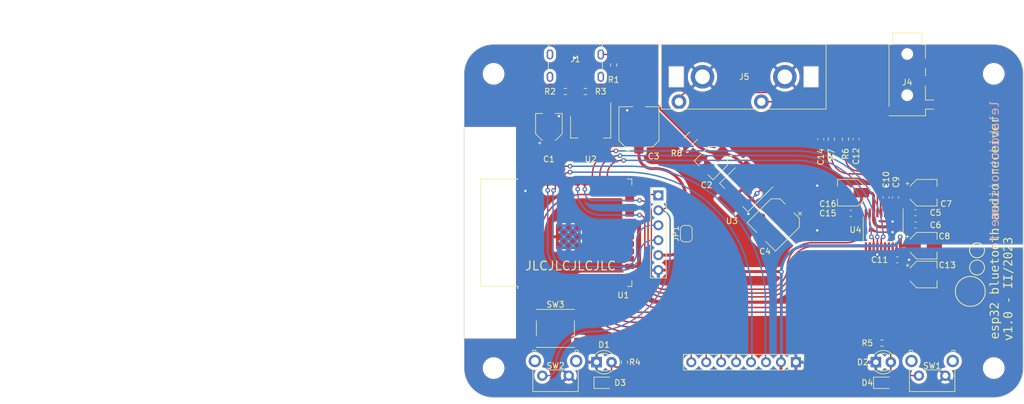
<source format=kicad_pcb>
(kicad_pcb (version 20221018) (generator pcbnew)
  (layers (0 "F.Cu" signal) (31 "B.Cu" signal) (34 "B.Paste" user) (35 "F.Paste" user) (36 "B.SilkS" user "B.Silkscreen") (37 "F.SilkS" user "F.Silkscreen") (38 "B.Mask" user) (39 "F.Mask" user) (44 "Edge.Cuts" user))
  (net 0 "")
  (net 1 "VBUS")
  (net 2 "GND")
  (net 3 "+3.3VA")
  (net 4 "GNDA")
  (net 5 "+3.3V")
  (net 6 "Net-(U4-CAPP)")
  (net 7 "Net-(U4-CAPM)")
  (net 8 "Net-(U4-VNEG)")
  (net 9 "Net-(U4-LDOO)")
  (net 10 "L_LINE_OUT")
  (net 11 "R_LINE_OUT")
  (net 12 "Net-(D1-A)")
  (net 13 "Net-(D2-A)")
  (net 14 "Net-(J1-CC1)")
  (net 15 "Net-(J1-CC2)")
  (net 16 "Net-(J1-SHIELD)")
  (net 17 "SCL")
  (net 18 "SDA")
  (net 19 "TFT_RST")
  (net 20 "TFT_DC")
  (net 21 "TFT_CS")
  (net 22 "TFT_BLK")
  (net 23 "Net-(J3-Pin_5)")
  (net 24 "LED")
  (net 25 "Net-(U4-OUTL)")
  (net 26 "Net-(U4-OUTR)")
  (net 27 "EN")
  (net 28 "BOOT")
  (net 33 "BTN_1")
  (net 43 "filter")
  (net 46 "I2S_WS")
  (net 47 "I2S_OUT")
  (net 48 "I2S_CLK")
  (net 49 "D-EMP")
  (net 50 "soft_mute")
  (net 52 "RX")
  (net 53 "TX")
  (footprint "Fiducial:Fiducial_1.5mm_Mask3mm" (layer "F.Cu") (at 181.4 50)
    (fp_text reference "FID3" hide)
    (fp_text value "Fiducial")
  )
  (footprint "LED_SMD:LED_0805_2012Metric" (layer "F.Cu") (at 121.25 102.5)
    (fp_text reference "D3")
    (fp_text value "power led")
  )
  (footprint "Connectors_perso:USB_C_Receptacle_GCT_USB4125-GF-A_6P_THMnt_Horizontal" (layer "F.Cu") (at 116.4 47.5 180)
    (fp_text reference "J1")
    (fp_text value "USB_C_Receptacle_PowerOnly_6P")
  )
  (footprint "Capacitor_SMD:CP_Elec_4x5.4" (layer "F.Cu") (at 175.6 79.2)
    (fp_text reference "C8")
    (fp_text value "10u")
  )
  (footprint "MountingHole:MountingHole_3.2mm_M3" (layer "F.Cu") (at 187.5 100)
    (fp_text reference "H3" hide)
    (fp_text value "MountingHole")
  )
  (footprint "LED_SMD:LED_0805_2012Metric" (layer "F.Cu") (at 168.75 102.5)
    (fp_text reference "D4")
    (fp_text value "state led")
  )
  (footprint "Resistor_SMD:R_0603_1608Metric" (layer "F.Cu") (at 122.9 48.5 -90)
    (fp_text reference "R1")
    (fp_text value "1M")
  )
  (footprint "Package_TO_SOT_SMD:SOT-223-3_TabPin2" (layer "F.Cu") (at 119 59 -90)
    (fp_text reference "U2")
    (fp_text value "TLV1117-33")
  )
  (footprint "Resistor_SMD:R_0603_1608Metric" (layer "F.Cu") (at 159.9 61.1 -90)
    (fp_text reference "R7")
    (fp_text value "470")
  )
  (footprint "Connectors_perso:KOBICONN_156-4218E_4220E_dual_phono_jack" (layer "F.Cu") (at 145 50.5)
    (fp_text reference "J5")
    (fp_text value "audio out")
    (fp_rect (start -12.7 -1.75) (end -10.2 1.75) (stroke (width 0.12)) (fill none) (layer "Edge.Cuts"))
    (fp_rect (start 10.2 -1.75) (end 12.7 1.75) (stroke (width 0.12)) (fill none) (layer "Edge.Cuts"))
  )
  (footprint "Capacitor_SMD:C_0603_1608Metric" (layer "F.Cu") (at 158.1 61.1 -90)
    (fp_text reference "C14")
    (fp_text value "2.2n")
  )
  (footprint "Capacitor_SMD:C_0603_1608Metric" (layer "F.Cu") (at 163.2 73.7 180)
    (fp_text reference "C15")
    (fp_text value "0.1u")
  )
  (footprint "Resistor_SMD:R_0603_1608Metric" (layer "F.Cu") (at 168.5 95.75 180)
    (fp_text reference "R5")
    (fp_text value "180R")
  )
  (footprint "MountingHole:MountingHole_3.2mm_M3" (layer "F.Cu") (at 102.5 50)
    (fp_text reference "H1" hide)
    (fp_text value "MountingHole")
  )
  (footprint "Resistor_SMD:R_0603_1608Metric" (layer "F.Cu") (at 124.75 99 90)
    (fp_text reference "R4")
    (fp_text value "180R")
  )
  (footprint "Capacitor_SMD:C_0603_1608Metric" (layer "F.Cu") (at 164.1 61.1 -90)
    (fp_text reference "C12")
    (fp_text value "2.2n")
  )
  (footprint "Capacitor_SMD:CP_Elec_6.3x5.4" (layer "F.Cu") (at 127.2 59 90)
    (fp_text reference "C3")
    (fp_text value "100u")
  )
  (footprint "Capacitor_SMD:C_0603_1608Metric" (layer "F.Cu") (at 174.2 73.6)
    (fp_text reference "C5")
    (fp_text value "0.1u")
  )
  (footprint "Package_TO_SOT_SMD:SOT-223-3_TabPin2" (layer "F.Cu") (at 144.668272 69.6766 -135)
    (fp_text reference "U3")
    (fp_text value "TLV1117-33")
  )
  (footprint "Capacitor_SMD:CP_Elec_4x5.4" (layer "F.Cu") (at 139.789235 64.797562 -135)
    (fp_text reference "C2")
    (fp_text value "10u")
  )
  (footprint "Capacitor_SMD:CP_Elec_6.3x5.4" (layer "F.Cu") (at 150.4 75.3 -135)
    (fp_text reference "C4")
    (fp_text value "100u")
  )
  (footprint "Capacitor_SMD:C_0603_1608Metric" (layer "F.Cu") (at 171.1 81.6)
    (fp_text reference "C11")
    (fp_text value "0.1u")
  )
  (footprint "Capacitor_SMD:C_0603_1608Metric" (layer "F.Cu") (at 169.2 71 90)
    (fp_text reference "C10")
    (fp_text value "2.2u")
  )
  (footprint "Button_Switch_THT:SW_Tactile_SPST_Angled_PTS645Vx39-2LFS" (layer "F.Cu") (at 179.275 101.2875 180)
    (fp_text reference "SW1")
    (fp_text value "disconnect")
  )
  (footprint "Jumper:SolderJumper-2_P1.3mm_Bridged_RoundedPad1.0x1.5mm" (layer "F.Cu") (at 135.25 77.15 90)
    (fp_text reference "JP1")
    (fp_text value "Jumper_2_Bridged")
  )
  (footprint "MountingHole:MountingHole_3.2mm_M3" (layer "F.Cu") (at 187.5 50)
    (fp_text reference "H2" hide)
    (fp_text value "MountingHole")
  )
  (footprint "Capacitor_SMD:C_0603_1608Metric" (layer "F.Cu") (at 170.8 71 90)
    (fp_text reference "C9")
    (fp_text value "2.2u")
  )
  (footprint "Resistor_SMD:R_1206_3216Metric" (layer "F.Cu") (at 136 61 45)
    (fp_text reference "R8")
    (fp_text value "0R")
  )
  (footprint "Connector_Audio:Jack_3.5mm_PJ320D_Horizontal" (layer "F.Cu") (at 172.8 51.4 -90)
    (fp_text reference "J4")
    (fp_text value "AudioJack4")
  )
  (footprint "LED_THT:LED_D3.0mm" (layer "F.Cu") (at 120 99)
    (fp_text reference "D1")
    (fp_text value "power led")
  )
  (footprint "Capacitor_SMD:CP_Elec_4x5.4" (layer "F.Cu") (at 175.6 70.2)
    (fp_text reference "C7")
    (fp_text value "10u")
  )
  (footprint "Connector_PinHeader_2.54mm:PinHeader_1x06_P2.54mm_Vertical" (layer "F.Cu") (at 130.5 70.65)
    (fp_text reference "J3" hide)
    (fp_text value "prog")
  )
  (footprint "Capacitor_SMD:CP_Elec_4x5.4" (layer "F.Cu") (at 163.2 70.2 180)
    (fp_text reference "C16")
    (fp_text value "10u")
  )
  (footprint "Fiducial:Fiducial_1.5mm_Mask3mm" (layer "F.Cu") (at 100.5 55.9)
    (fp_text reference "FID1" hide)
    (fp_text value "Fiducial")
  )
  (footprint "Package_SO:TSSOP-20_4.4x6.5mm_P0.65mm" (layer "F.Cu") (at 168.7 76.5 -90)
    (fp_text reference "U4")
    (fp_text value "PCM5102")
  )
  (footprint "Capacitor_SMD:CP_Elec_4x5.4" (layer "F.Cu") (at 175.6 84.1)
    (fp_text reference "C13")
    (fp_text value "10u")
  )
  (footprint "RF_Module:ESP32-WROOM-32" (layer "F.Cu") (at 116.115 77 90)
    (fp_text reference "U1")
    (fp_text value "ESP32-WROOM-32")
  )
  (footprint "Resistor_SMD:R_0603_1608Metric" (layer "F.Cu") (at 118.1 53)
    (fp_text reference "R3")
    (fp_text value "5.1k")
  )
  (footprint "LED_THT:LED_D3.0mm" (layer "F.Cu") (at 167.46 99)
    (fp_text reference "D2")
    (fp_text value "state led")
  )
  (footprint "logos:Logo_labo_5mm" (layer "F.Cu") (at 186.0525 89.51 90)
    (fp_text reference "REF**" hide)
    (fp_text value "Logo_labo_5mm")
  )
  (footprint "Resistor_SMD:R_0603_1608Metric" (layer "F.Cu") (at 114.7 53 180)
    (fp_text reference "R2")
    (fp_text value "5.1k")
  )
  (footprint "Button_Switch_SMD:SW_Push_1P1T_NO_6x6mm_H9.5mm" (layer "F.Cu") (at 113 93.25)
    (fp_text reference "SW3")
    (fp_text value "EN")
  )
  (footprint "MountingHole:MountingHole_3.2mm_M3" (layer "F.Cu") (at 102.5 100)
    (fp_text reference "H4" hide)
    (fp_text value "MountingHole")
  )
  (footprint "Fiducial:Fiducial_1.5mm_Mask3mm" (layer "F.Cu") (at 183.3 95)
    (fp_text reference "FID2" hide)
    (fp_text value "Fiducial")
  )
  (footprint "Capacitor_SMD:C_0603_1608Metric" (layer "F.Cu") (at 174.2 75.7)
    (fp_text reference "C6")
    (fp_text value "0.1u")
  )
  (footprint "Capacitor_SMD:CP_Elec_4x5.4" (layer "F.Cu") (at 111.9 59 90)
    (fp_text reference "C1")
    (fp_text value "10u")
  )
  (footprint "Resistor_SMD:R_0603_1608Metric" (layer "F.Cu") (at 162.3 61.1 -90)
    (fp_text reference "R6")
    (fp_text value "470")
  )
  (footprint "Button_Switch_THT:SW_Tactile_SPST_Angled_PTS645Vx39-2LFS" (layer "F.Cu") (at 115.275 101.2875 180)
    (fp_text reference "SW2")
    (fp_text value "BOOT")
  )
  (footprint "Connector_PinHeader_2.54mm:PinHeader_1x08_P2.54mm_Vertical" (layer "F.Cu") (at 153.875 99 -90)
    (fp_text reference "J2" hide)
    (fp_text value "TFT")
  )
  (gr_arc (start 102.5 105) (mid 98.964466 103.535534) (end 97.5 100) (stroke (width 0.1)) (layer "Edge.Cuts"))
  (gr_arc (start 187.5 45) (mid 191.035534 46.464466) (end 192.5 50) (stroke (width 0.1)) (layer "Edge.Cuts"))
  (gr_arc (start 97.5 50) (mid 98.964466 46.464466) (end 102.5 45) (stroke (width 0.1)) (layer "Edge.Cuts"))
  (gr_line (start 187.5 105) (end 102.5 105) (stroke (width 0.1)) (layer "Edge.Cuts"))
  (gr_line (start 102.5 45) (end 187.5 45) (stroke (width 0.1)) (layer "Edge.Cuts"))
  (gr_line (start 97.5 100) (end 97.5 50) (stroke (width 0.1)) (layer "Edge.Cuts"))
  (gr_line (start 192.5 50) (end 192.5 100) (stroke (width 0.1)) (layer "Edge.Cuts"))
  (gr_arc (start 192.5 100) (mid 191.035534 103.535534) (end 187.5 105) (stroke (width 0.1)) (layer "Edge.Cuts"))
  (gr_text "lelabodutroisieme.fr" (at 188.6 54.5 90) (layer "B.SilkS") (effects (font (size 1.5 1.5)) (justify left bottom mirror)))
  (gr_text "JLCJLCJLCJLC" (at 107.75 83.5) (layer "F.SilkS") (effects (font (size 1.5 1.5) (thickness 0.1875)) (justify left bottom)))
  (gr_text "esp32 bluetooth audio receiver" (at 188.6 95.1 90) (layer "F.SilkS") (effects (font (size 1.5 1.5)) (justify left bottom)))
  (gr_text "v1.0 - II/2023" (at 190.9 95.4 90) (layer "F.SilkS") (effects (font (size 1.5 1.5) (thickness 0.15) italic) (justify left bottom)))
  (segment (start 114.88 50.5) (end 114.88 49.655411) (width 0.5) (layer "F.Cu") (net 1))
  (segment (start 111.9 60.8) (end 110.865549 60.8) (width 0.5) (layer "F.Cu") (net 1))
  (segment (start 111.9 60.8) (end 114.718792 60.8) (width 0.5) (layer "F.Cu") (net 1))
  (segment (start 144.321215 64.87477) (end 145.269313 65.822868) (width 0.5) (layer "F.Cu") (net 1))
  (segment (start 114.88 50.5) (end 114.88 51.27) (width 0.5) (layer "F.Cu") (net 1))
  (segment (start 128.3 53.4) (end 136.559948 61.659948) (width 0.5) (layer "F.Cu") (net 1))
  (segment (start 118.55 51.9) (end 124.67868 51.9) (width 0.5) (layer "F.Cu") (net 1))
  (segment (start 115.435411 49.1) (end 117.303995 49.1) (width 0.5) (layer "F.Cu") (net 1))
  (segment (start 117.9 49.696005) (end 117.9 50.48) (width 0.5) (layer "F.Cu") (net 1))
  (segment (start 116.7 58.818792) (end 116.7 55.85) (width 0.5) (layer "F.Cu") (net 1))
  (segment (start 110 54.220658) (end 110 59.934451) (width 0.5) (layer "F.Cu") (net 1))
  (segment (start 117.92 50.5) (end 117.92 51.27) (width 0.5) (layer "F.Cu") (net 1))
  (segment (start 114.25 51.9) (end 112.320658 51.9) (width 0.5) (layer "F.Cu") (net 1))
  (arc (start 117.303995 49.1) (mid 117.725434 49.274566) (end 117.9 49.696005) (width 0.5) (layer "F.Cu") (net 1))
  (arc (start 114.718792 60.8) (mid 116.119718 60.219718) (end 116.7 58.818792) (width 0.5) (layer "F.Cu") (net 1))
  (arc (start 141.062027 63.52477) (mid 142.825887 63.875624) (end 144.321215 64.87477) (width 0.5) (layer "F.Cu") (net 1))
  (arc (start 117.92 51.27) (mid 118.104523 51.715477) (end 118.55 51.9) (width 0.5) (layer "F.Cu") (net 1))
  (arc (start 124.67868 51.9) (mid 126.638524 52.289837) (end 128.3 53.4) (width 0.5) (layer "F.Cu") (net 1))
  (arc (start 117.9 50.48) (mid 117.905858 50.494142) (end 117.92 50.5) (width 0.5) (layer "F.Cu") (net 1))
  (arc (start 110 59.934451) (mid 110.253513 60.546487) (end 110.865549 60.8) (width 0.5) (layer "F.Cu") (net 1))
  (arc (start 136.559948 61.659948) (mid 138.625519 63.040119) (end 141.062027 63.52477) (width 0.5) (layer "F.Cu") (net 1))
  (arc (start 114.88 49.655411) (mid 115.042676 49.262676) (end 115.435411 49.1) (width 0.5) (layer "F.Cu") (net 1))
  (arc (start 114.88 51.27) (mid 114.695477 51.715477) (end 114.25 51.9) (width 0.5) (layer "F.Cu") (net 1))
  (arc (start 112.320658 51.9) (mid 110.679705 52.579705) (end 110 54.220658) (width 0.5) (layer "F.Cu") (net 1))
  (segment (start 148.522004 69.077996) (end 147.3 70.3) (width 0.25) (layer "F.Cu") (net 2))
  (segment (start 107.865 68.25) (end 107.865 69.865) (width 0.5) (layer "F.Cu") (net 2))
  (segment (start 148.522004 69.075559) (end 148.522004 69.077996) (width 0.25) (layer "F.Cu") (net 2))
  (segment (start 127.2 56.2) (end 125.2 56.2) (width 0.5) (layer "F.Cu") (net 2))
  (segment (start 168.552817 80.7) (end 166.897183 80.7) (width 0.5) (layer "F.Cu") (net 2))
  (segment (start 169.025 79.3625) (end 169.025 80.227817) (width 0.5) (layer "F.Cu") (net 2))
  (segment (start 115.017808 48.3) (end 116.3 48.3) (width 0.5) (layer "F.Cu") (net 2))
  (segment (start 177.4 78.125) (end 177.4 79.2) (width 0.25) (layer "F.Cu") (net 2))
  (segment (start 119.15 49.680539) (end 119.15 50.5) (width 0.5) (layer "F.Cu") (net 2))
  (segment (start 116.3 48.3) (end 116.3 47.3) (width 0.5) (layer "F.Cu") (net 2))
  (segment (start 113.65 50.5) (end 113.65 49.667808) (width 0.5) (layer "F.Cu") (net 2))
  (segment (start 116.3 48.3) (end 117.769461 48.3) (width 0.5) (layer "F.Cu") (net 2))
  (segment (start 171.875 81.6) (end 170.975 80.7) (width 0.5) (layer "F.Cu") (net 2))
  (segment (start 111.9 57.2) (end 113.6 57.2) (width 0.5) (layer "F.Cu") (net 2))
  (segment (start 171.875 81.6) (end 173.1 81.6) (width 0.25) (layer "F.Cu") (net 2))
  (segment (start 170.975 80.7) (end 170.975 79.70245) (width 0.5) (layer "F.Cu") (net 2))
  (segment (start 107.865 69.865) (end 107.9 69.9) (width 0.5) (layer "F.Cu") (net 2))
  (segment (start 166.425 80.227817) (end 166.425 79.3625) (width 0.5) (layer "F.Cu") (net 2))
  (via (at 167.7 80.7) (size 0.8) (drill 0.4) (layers "F.Cu" "B.Cu") (net 2))
  (via (at 173.1 81.6) (size 0.8) (drill 0.4) (layers "F.Cu" "B.Cu") (net 2))
  (via (at 107.9 69.9) (size 0.8) (drill 0.4) (layers "F.Cu" "B.Cu") (net 2))
  (via (at 116.3 47.3) (size 0.8) (drill 0.4) (layers "F.Cu" "B.Cu") (net 2))
  (via (at 125.2 56.2) (size 0.8) (drill 0.4) (layers "F.Cu" "B.Cu") (net 2))
  (via (at 113.6 57.2) (size 0.8) (drill 0.4) (layers "F.Cu" "B.Cu") (net 2))
  (via (at 147.3 70.3) (size 0.8) (drill 0.4) (layers "F.Cu" "B.Cu") (net 2))
  (via (at 145.8 73.8) (size 0.8) (drill 0.4) (layers "F.Cu" "B.Cu") (net 2))
  (arc (start 113.65 49.667808) (mid 114.050622 48.700622) (end 115.017808 48.3) (width 0.5) (layer "F.Cu") (net 2))
  (arc (start 117.769461 48.3) (mid 118.745649 48.704351) (end 119.15 49.680539) (width 0.5) (layer "F.Cu") (net 2))
  (arc (start 166.897183 80.7) (mid 166.563299 80.561701) (end 166.425 80.227817) (width 0.5) (layer "F.Cu") (net 2))
  (arc (start 169.025 80.227817) (mid 168.886701 80.561701) (end 168.552817 80.7) (width 0.5) (layer "F.Cu") (net 2))
  (arc (start 174.975 75.7) (mid 176.689734 76.410266) (end 177.4 78.125) (width 0.25) (layer "F.Cu") (net 2))
  (segment (start 145.8 71.8) (end 145.8 73.8) (width 0.25) (layer "B.Cu") (net 2))
  (segment (start 147.3 70.3) (end 145.8 71.8) (width 0.25) (layer "B.Cu") (net 2))
  (segment (start 165 70.2) (end 165 71.253361) (width 0.5) (layer "F.Cu") (net 3))
  (segment (start 144.722436 69.622436) (end 146.895658 67.449214) (width 0.5) (layer "F.Cu") (net 3))
  (segment (start 173.425 73.6) (end 171.6625 73.6) (width 0.25) (layer "F.Cu") (net 3))
  (segment (start 142.440886 71.903986) (end 144.722436 69.622436) (width 0.5) (layer "F.Cu") (net 3))
  (segment (start 173.425 73.6) (end 173.425 70.575) (width 0.25) (layer "F.Cu") (net 3))
  (segment (start 163.753361 72.5) (end 153.2 72.5) (width 0.5) (layer "F.Cu") (net 3))
  (segment (start 173.425 70.575) (end 173.8 70.2) (width 0.25) (layer "F.Cu") (net 3))
  (segment (start 171.6625 73.6) (end 171.625 73.6375) (width 0.25) (layer "F.Cu") (net 3))
  (segment (start 144.722436 69.622436) (end 147.592893 72.492893) (width 0.5) (layer "F.Cu") (net 3))
  (segment (start 165 70.2) (end 166.472208 70.2) (width 0.5) (layer "F.Cu") (net 3))
  (segment (start 167.075 73.6375) (end 167.075 74.796437) (width 0.5) (layer "F.Cu") (net 3))
  (segment (start 149.3 73.2) (end 152.08995 73.2) (width 0.5) (layer "F.Cu") (net 3))
  (segment (start 168.278563 76) (end 170.377568 76) (width 0.5) (layer "F.Cu") (net 3))
  (segment (start 163.975 73.7) (end 163.975 72.721639) (width 0.5) (layer "F.Cu") (net 3))
  (segment (start 171.625 74.752568) (end 171.625 73.6375) (width 0.5) (layer "F.Cu") (net 3))
  (segment (start 167.075 73.6375) (end 167.075 70.802792) (width 0.5) (layer "F.Cu") (net 3))
  (arc (start 167.075 74.796437) (mid 167.427515 75.647485) (end 168.278563 76) (width 0.5) (layer "F.Cu") (net 3))
  (arc (start 153.2 72.5) (mid 152.620101 72.740202) (end 152.379899 73.320101) (width 0.5) (layer "F.Cu") (net 3))
  (arc (start 152.08995 73.2) (mid 152.246869 73.231213) (end 152.379899 73.320101) (width 0.5) (layer "F.Cu") (net 3))
  (arc (start 170.377568 76) (mid 171.259636 75.634636) (end 171.625 74.752568) (width 0.5) (layer "F.Cu") (net 3))
  (arc (start 167.075 70.802792) (mid 166.898446 70.376554) (end 166.472208 70.2) (width 0.5) (layer "F.Cu") (net 3))
  (arc (start 163.975 72.721639) (mid 163.910083 72.564917) (end 163.753361 72.5) (width 0.5) (layer "F.Cu") (net 3))
  (arc (start 147.592893 72.492893) (mid 148.37612 73.016229) (end 149.3 73.2) (width 0.5) (layer "F.Cu") (net 3))
  (arc (start 165 71.253361) (mid 164.634868 72.134868) (end 163.753361 72.5) (width 0.5) (layer "F.Cu") (net 3))
  (segment (start 158.1 68.4) (end 157.5 69) (width 0.25) (layer "F.Cu") (net 4))
  (segment (start 167.85275 76.9) (end 170.3 76.9) (width 0.25) (layer "F.Cu") (net 4))
  (segment (start 166.425 73.6375) (end 166.425 75.47225) (width 0.25) (layer "F.Cu") (net 4))
  (segment (start 170.325 73.6375) (end 170.325 75.075) (width 0.25) (layer "F.Cu") (net 4))
  (segment (start 169.2 70.225) (end 169.2 69) (width 0.5) (layer "F.Cu") (net 4))
  (segment (start 158.1 61.875) (end 158.1 68.4) (width 0.25) (layer "F.Cu") (net 4))
  (segment (start 170.325 75.075) (end 170.3 75.1) (width 0.25) (layer "F.Cu") (net 4))
  (via (at 157.5 76.6) (size 0.8) (drill 0.4) (layers "F.Cu" "B.Cu") (net 4))
  (via (at 169.2 69) (size 0.8) (drill 0.4) (layers "F.Cu" "B.Cu") (net 4))
  (via (at 170.3 75.1) (size 0.8) (drill 0.4) (layers "F.Cu" "B.Cu") (net 4))
  (via (at 157.5 69) (size 0.8) (drill 0.4) (layers "F.Cu" "B.Cu") (net 4))
  (via (at 170.3 76.9) (size 0.8) (drill 0.4) (layers "F.Cu" "B.Cu") (net 4))
  (arc (start 166.425 75.47225) (mid 166.843178 76.481822) (end 167.85275 76.9) (width 0.25) (layer "F.Cu") (net 4))
  (segment (start 157.5 69) (end 157.5 76.6) (width 0.25) (layer "B.Cu") (net 4))
  (segment (start 106.8 67.115) (end 106.8 80.7) (width 0.5) (layer "F.Cu") (net 5))
  (segment (start 129.472648 66.1) (end 129.971548 66.1) (width 0.5) (layer "F.Cu") (net 5))
  (segment (start 128.575 98.175) (end 124.75 98.175) (width 0.5) (layer "F.Cu") (net 5))
  (segment (start 173.8 79.2) (end 171.7875 79.2) (width 0.5) (layer "F.Cu") (net 5))
  (segment (start 171.7875 79.2) (end 171.625 79.3625) (width 0.5) (layer "F.Cu") (net 5))
  (segment (start 150.228398 101.2) (end 131.6 101.2) (width 0.5) (layer "F.Cu") (net 5))
  (segment (start 143.417817 83.6) (end 151.369451 83.6) (width 0.5) (layer "F.Cu") (net 5))
  (segment (start 171.625 79.3625) (end 171.625 77.725) (width 0.5) (layer "F.Cu") (net 5))
  (segment (start 173.425 75.7) (end 173.425 78.825) (width 0.5) (layer "F.Cu") (net 5))
  (segment (start 151.335 99) (end 151.335 100.093398) (width 0.5) (layer "F.Cu") (net 5))
  (segment (start 119 62.15) (end 126.355026 62.15) (width 0.5) (layer "F.Cu") (net 5))
  (segment (start 116.55 64.6) (end 109.315 64.6) (width 0.5) (layer "F.Cu") (net 5))
  (segment (start 127.2 61.8) (end 127.2 63.827352) (width 0.5) (layer "F.Cu") (net 5))
  (segment (start 135.25 71.378452) (end 135.25 76.5) (width 0.5) (layer "F.Cu") (net 5))
  (segment (start 171.625 77.725) (end 171.6 77.7) (width 0.5) (layer "F.Cu") (net 5))
  (segment (start 119 62.15) (end 119 55.85) (width 0.5) (layer "F.Cu") (net 5))
  (segment (start 109.135 83.035) (end 109.135 85.75) (width 0.5) (layer "F.Cu") (net 5))
  (segment (start 173.425 78.825) (end 173.8 79.2) (width 0.5) (layer "F.Cu") (net 5))
  (segment (start 135.25 76.5) (end 136.317817 76.5) (width 0.5) (layer "F.Cu") (net 5))
  (via (at 171.6 77.7) (size 0.8) (drill 0.4) (layers "F.Cu" "B.Cu") (net 5))
  (via (at 151.4 83.630549) (size 0.8) (drill 0.4) (layers "F.Cu" "B.Cu") (net 5))
  (arc (start 151.369451 83.6) (mid 151.391052 83.608948) (end 151.4 83.630549) (width 0.5) (layer "F.Cu") (net 5))
  (arc (start 137.4 77.582183) (mid 139.162578 81.837422) (end 143.417817 83.6) (width 0.5) (layer "F.Cu") (net 5))
  (arc (start 127.2 63.827352) (mid 127.865643 65.434357) (end 129.472648 66.1) (width 0.5) (layer "F.Cu") (net 5))
  (arc (start 131.6 101.2) (mid 130.468629 100.731371) (end 130 99.6) (width 0.5) (layer "F.Cu") (net 5))
  (arc (start 109.315 64.6) (mid 107.536626 65.336626) (end 106.8 67.115) (width 0.5) (layer "F.Cu") (net 5))
  (arc (start 151.335 100.093398) (mid 151.010884 100.875884) (end 150.228398 101.2) (width 0.5) (layer "F.Cu") (net 5))
  (arc (start 106.8 80.7) (mid 107.092893 81.407107) (end 107.8 81.7) (width 0.5) (layer "F.Cu") (net 5))
  (arc (start 126.355026 62.15) (mid 126.812322 62.059038) (end 127.2 61.8) (width 0.5) (layer "F.Cu") (net 5))
  (arc (start 130 99.6) (mid 129.582627 98.592373) (end 128.575 98.175) (width 0.5) (layer "F.Cu") (net 5))
  (arc (start 136.317817 76.5) (mid 137.083036 76.816964) (end 137.4 77.582183) (width 0.5) (layer "F.Cu") (net 5))
  (arc (start 119 62.15) (mid 118.282412 63.882412) (end 116.55 64.6) (width 0.5) (layer "F.Cu") (net 5))
  (arc (start 129.971548 66.1) (mid 133.703977 67.646023) (end 135.25 71.378452) (width 0.5) (layer "F.Cu") (net 5))
  (arc (start 107.8 81.7) (mid 108.743988 82.091012) (end 109.135 83.035) (width 0.5) (layer "F.Cu") (net 5))
  (segment (start 151.4 83.630549) (end 151.4 98.935) (width 0.5) (layer "B.Cu") (net 5))
  (segment (start 170.1 79.2) (end 155.830549 79.2) (width 0.5) (layer "B.Cu") (net 5))
  (arc (start 151.4 98.935) (mid 151.380962 98.980962) (end 151.335 99) (width 0.5) (layer "B.Cu") (net 5))
  (arc (start 155.830549 79.2) (mid 152.697678 80.497678) (end 151.4 83.630549) (width 0.5) (layer "B.Cu") (net 5))
  (arc (start 171.6 77.7) (mid 171.16066 78.76066) (end 170.1 79.2) (width 0.5) (layer "B.Cu") (net 5))
  (segment (start 170.975 71.95) (end 170.8 71.775) (width 0.25) (layer "F.Cu") (net 6))
  (segment (start 170.975 73.6375) (end 170.975 71.95) (width 0.25) (layer "F.Cu") (net 6))
  (segment (start 169.675 72.925) (end 169.675 73.6375) (width 0.25) (layer "F.Cu") (net 7))
  (segment (start 170 72.6) (end 169.675 72.925) (width 0.25) (layer "F.Cu") (net 7))
  (segment (start 170.8 70.225) (end 170 71.025) (width 0.25) (layer "F.Cu") (net 7))
  (segment (start 170 71.025) (end 170 72.6) (width 0.25) (layer "F.Cu") (net 7))
  (segment (start 169.025 73.6375) (end 169.025 71.95) (width 0.25) (layer "F.Cu") (net 8))
  (segment (start 169.025 71.95) (end 169.2 71.775) (width 0.25) (layer "F.Cu") (net 8))
  (segment (start 173.8 84.1) (end 172.825 84.1) (width 0.25) (layer "F.Cu") (net 9))
  (segment (start 170.325 79.3625) (end 170.325 81.6) (width 0.25) (layer "F.Cu") (net 9))
  (arc (start 172.825 84.1) (mid 171.057233 83.367767) (end 170.325 81.6) (width 0.25) (layer "F.Cu") (net 9))
  (segment (start 151.831857 54.74) (end 148 54.74) (width 0.25) (layer "F.Cu") (net 10))
  (segment (start 164.05 60.275) (end 164.1 60.325) (width 0.25) (layer "F.Cu") (net 10))
  (segment (start 157 60.6) (end 157 59.908143) (width 0.25) (layer "F.Cu") (net 10))
  (segment (start 164.1 60.325) (end 170.95 60.325) (width 0.25) (layer "F.Cu") (net 10))
  (segment (start 161.475 61.1) (end 157.5 61.1) (width 0.25) (layer "F.Cu") (net 10))
  (segment (start 162.3 60.275) (end 164.05 60.275) (width 0.25) (layer "F.Cu") (net 10))
  (arc (start 170.95 60.325) (mid 174.556245 58.831245) (end 176.05 55.225) (width 0.25) (layer "F.Cu") (net 10))
  (arc (start 157 59.908143) (mid 155.486286 56.253714) (end 151.831857 54.74) (width 0.25) (layer "F.Cu") (net 10))
  (arc (start 157.5 61.1) (mid 157.146447 60.953553) (end 157 60.6) (width 0.25) (layer "F.Cu") (net 10))
  (arc (start 161.475 61.1) (mid 162.058363 60.858363) (end 162.3 60.275) (width 0.25) (layer "F.Cu") (net 10))
  (segment (start 159.9 60.275) (end 158.15 60.275) (width 0.25) (layer "F.Cu") (net 11))
  (segment (start 158.15 60.275) (end 158.1 60.325) (width 0.25) (layer "F.Cu") (net 11))
  (segment (start 171.5 56.25) (end 171.5 53.325) (width 0.25) (layer "F.Cu") (net 11))
  (segment (start 172.877502 51.612653) (end 175.662347 51.612653) (width 0.25) (layer "F.Cu") (net 11))
  (segment (start 160.75 59.25) (end 168.5 59.25) (width 0.25) (layer "F.Cu") (net 11))
  (segment (start 159.9 60.275) (end 159.9 60.1) (width 0.25) (layer "F.Cu") (net 11))
  (segment (start 175.662347 51.612653) (end 176.05 51.225) (width 0.25) (layer "F.Cu") (net 11))
  (segment (start 151.580237 53.165) (end 135.575 53.165) (width 0.25) (layer "F.Cu") (net 11))
  (segment (start 158.1 59.684763) (end 158.1 60.325) (width 0.25) (layer "F.Cu") (net 11))
  (arc (start 168.5 59.25) (mid 170.62132 58.37132) (end 171.5 56.25) (width 0.25) (layer "F.Cu") (net 11))
  (arc (start 159.9 60.1) (mid 160.148959 59.498959) (end 160.75 59.25) (width 0.25) (layer "F.Cu") (net 11))
  (arc (start 171.5 53.325) (mid 171.887377 52.226929) (end 172.877502 51.612653) (width 0.25) (layer "F.Cu") (net 11))
  (arc (start 135.575 53.165) (mid 134.461307 53.626307) (end 134 54.74) (width 0.25) (layer "F.Cu") (net 11))
  (arc (start 151.580237 53.165) (mid 156.190406 55.074594) (end 158.1 59.684763) (width 0.25) (layer "F.Cu") (net 11))
  (segment (start 124.75 99.825) (end 123.365 99.825) (width 0.25) (layer "F.Cu") (net 12))
  (segment (start 122.54 99) (end 122.54 102.1475) (width 0.25) (layer "F.Cu") (net 12))
  (arc (start 123.365 99.825) (mid 122.781637 99.583363) (end 122.54 99) (width 0.25) (layer "F.Cu") (net 12))
  (arc (start 122.54 102.1475) (mid 122.436755 102.396755) (end 122.1875 102.5) (width 0.25) (layer "F.Cu") (net 12))
  (segment (start 170 99) (end 170 102.1875) (width 0.25) (layer "F.Cu") (net 13))
  (segment (start 170 99) (end 170 96.425) (width 0.25) (layer "F.Cu") (net 13))
  (arc (start 170 96.425) (mid 169.802297 95.947703) (end 169.325 95.75) (width 0.25) (layer "F.Cu") (net 13))
  (arc (start 170 102.1875) (mid 169.908471 102.408471) (end 169.6875 102.5) (width 0.25) (layer "F.Cu") (net 13))
  (segment (start 116.9 50.5) (end 116.9 52.625) (width 0.25) (layer "F.Cu") (net 14))
  (segment (start 116.9 52.625) (end 117.275 53) (width 0.25) (layer "F.Cu") (net 14))
  (segment (start 115.9 52.625) (end 115.525 53) (width 0.25) (layer "F.Cu") (net 15))
  (segment (start 115.9 50.5) (end 115.9 52.625) (width 0.25) (layer "F.Cu") (net 15))
  (segment (start 122.9 47.675) (end 122.9 47.165801) (width 0.25) (layer "F.Cu") (net 16))
  (segment (start 120.72 46.7) (end 122.434199 46.7) (width 0.25) (layer "F.Cu") (net 16))
  (arc (start 122.434199 46.7) (mid 122.76357 46.83643) (end 122.9 47.165801) (width 0.25) (layer "F.Cu") (net 16))
  (segment (start 110.405 68.25) (end 110.405 67.67) (width 0.25) (layer "F.Cu") (net 17))
  (segment (start 112.375 65.7) (end 115.5 65.7) (width 0.25) (layer "F.Cu") (net 17))
  (via (at 115.5 65.7) (size 0.8) (drill 0.4) (layers "F.Cu" "B.Cu") (net 17))
  (arc (start 110.405 67.67) (mid 110.982 66.277) (end 112.375 65.7) (width 0.25) (layer "F.Cu") (net 17))
  (segment (start 115.5 65.7) (end 125.635201 65.7) (width 0.25) (layer "B.Cu") (net 17))
  (segment (start 148.7 88.764799) (end 148.7 98.905) (width 0.25) (layer "B.Cu") (net 17))
  (arc (start 148.7 98.905) (mid 148.727825 98.972175) (end 148.795 99) (width 0.25) (layer "B.Cu") (net 17))
  (arc (start 125.635201 65.7) (mid 141.944477 72.455523) (end 148.7 88.764799) (width 0.25) (layer "B.Cu") (net 17))
  (segment (start 114.215 68.25) (end 114.215 67.985) (width 0.25) (layer "F.Cu") (net 18))
  (via (at 115.5 66.7) (size 0.8) (drill 0.4) (layers "F.Cu" "B.Cu") (net 18))
  (arc (start 114.215 67.985) (mid 114.591368 67.076368) (end 115.5 66.7) (width 0.25) (layer "F.Cu") (net 18))
  (segment (start 115.5 66.7) (end 125.06835 66.7) (width 0.25) (layer "B.Cu") (net 18))
  (segment (start 146.4 88.03165) (end 146.4 98.855) (width 0.25) (layer "B.Cu") (net 18))
  (arc (start 146.4 98.855) (mid 146.35753 98.95753) (end 146.255 99) (width 0.25) (layer "B.Cu") (net 18))
  (arc (start 125.06835 66.7) (mid 140.152104 72.947896) (end 146.4 88.03165) (width 0.25) (layer "B.Cu") (net 18))
  (segment (start 143.715 97.529834) (end 143.715 99) (width 0.25) (layer "F.Cu") (net 19))
  (segment (start 126.576357 91.4) (end 137.585166 91.4) (width 0.25) (layer "F.Cu") (net 19))
  (segment (start 121.835 85.75) (end 121.835 86.658643) (width 0.25) (layer "F.Cu") (net 19))
  (arc (start 121.835 86.658643) (mid 123.223711 90.011289) (end 126.576357 91.4) (width 0.25) (layer "F.Cu") (net 19))
  (arc (start 137.585166 91.4) (mid 141.919613 93.195387) (end 143.715 97.529834) (width 0.25) (layer "F.Cu") (net 19))
  (segment (start 120.565 85.75) (end 120.565 86.62133) (width 0.25) (layer "F.Cu") (net 20))
  (segment (start 141.175 99) (end 141.175 98.068344) (width 0.25) (layer "F.Cu") (net 20))
  (segment (start 126.14367 92.2) (end 135.306656 92.2) (width 0.25) (layer "F.Cu") (net 20))
  (arc (start 120.565 86.62133) (mid 122.198955 90.566045) (end 126.14367 92.2) (width 0.25) (layer "F.Cu") (net 20))
  (arc (start 135.306656 92.2) (mid 139.456202 93.918798) (end 141.175 98.068344) (width 0.25) (layer "F.Cu") (net 20))
  (segment (start 138.635 99) (end 138.635 98.129096) (width 0.25) (layer "F.Cu") (net 21))
  (segment (start 119.295 85.75) (end 119.295 86.612816) (width 0.25) (layer "F.Cu") (net 21))
  (segment (start 125.682184 93) (end 133.505904 93) (width 0.25) (layer "F.Cu") (net 21))
  (arc (start 133.505904 93) (mid 137.132723 94.502277) (end 138.635 98.129096) (width 0.25) (layer "F.Cu") (net 21))
  (arc (start 119.295 86.612816) (mid 121.165763 91.129237) (end 125.682184 93) (width 0.25) (layer "F.Cu") (net 21))
  (segment (start 136.095 98.058544) (end 136.095 99) (width 0.25) (layer "F.Cu") (net 22))
  (segment (start 118.025 86.645676) (end 118.025 85.75) (width 0.25) (layer "F.Cu") (net 22))
  (segment (start 136.095 99) (end 136.095 98.258544) (width 0.25) (layer "F.Cu") (net 22))
  (segment (start 131.636456 93.8) (end 125.179324 93.8) (width 0.25) (layer "F.Cu") (net 22))
  (arc (start 136.095 98.258544) (mid 134.789123 95.105877) (end 131.636456 93.8) (width 0.25) (layer "F.Cu") (net 22))
  (arc (start 125.179324 93.8) (mid 120.120453 91.704547) (end 118.025 86.645676) (width 0.25) (layer "F.Cu") (net 22))
  (segment (start 130.5 80.81) (end 132.24 80.81) (width 0.5) (layer "F.Cu") (net 23))
  (arc (start 132.24 80.81) (mid 134.368391 79.928391) (end 135.25 77.8) (width 0.5) (layer "F.Cu") (net 23))
  (segment (start 167.675 95.547564) (end 167.675 95.75) (width 0.25) (layer "F.Cu") (net 24))
  (segment (start 126.98304 90.5) (end 162.627436 90.5) (width 0.25) (layer "F.Cu") (net 24))
  (segment (start 123.105 85.75) (end 123.105 86.62196) (width 0.25) (layer "F.Cu") (net 24))
  (arc (start 162.627436 90.5) (mid 166.196603 91.978397) (end 167.675 95.547564) (width 0.25) (layer "F.Cu") (net 24))
  (arc (start 123.105 86.62196) (mid 124.240852 89.364148) (end 126.98304 90.5) (width 0.25) (layer "F.Cu") (net 24))
  (segment (start 162.3 61.925) (end 162.3 64.3) (width 0.25) (layer "F.Cu") (net 25))
  (segment (start 168.25 70.249994) (end 168.25 73.5125) (width 0.25) (layer "F.Cu") (net 25))
  (arc (start 164.5 66.5) (mid 167.151652 67.598348) (end 168.25 70.249994) (width 0.25) (layer "F.Cu") (net 25))
  (arc (start 162.3 64.3) (mid 162.944365 65.855635) (end 164.5 66.5) (width 0.25) (layer "F.Cu") (net 25))
  (arc (start 168.25 73.5125) (mid 168.286612 73.600888) (end 168.375 73.6375) (width 0.25) (layer "F.Cu") (net 25))
  (segment (start 159.9 63.9) (end 159.9 61.925) (width 0.25) (layer "F.Cu") (net 26))
  (segment (start 163 67) (end 164.256749 67) (width 0.25) (layer "F.Cu") (net 26))
  (segment (start 167.725 73.6375) (end 167.725 70.468251) (width 0.25) (layer "F.Cu") (net 26))
  (arc (start 167.725 70.468251) (mid 166.709173 68.015827) (end 164.256749 67) (width 0.25) (layer "F.Cu") (net 26))
  (arc (start 163 67) (mid 160.807969 66.092031) (end 159.9 63.9) (width 0.25) (layer "F.Cu") (net 26))
  (segment (start 109.025 95.5) (end 108.122814 95.5) (width 0.25) (layer "F.Cu") (net 27))
  (segment (start 110.405 86.895007) (end 110.405 85.75) (width 0.25) (layer "F.Cu") (net 27))
  (segment (start 107.3 94.677186) (end 107.3 90) (width 0.25) (layer "F.Cu") (net 27))
  (segment (start 130.355 70.505) (end 117.53 70.505) (width 0.25) (layer "F.Cu") (net 27))
  (segment (start 110.405 77.63) (end 110.405 85.75) (width 0.25) (layer "F.Cu") (net 27))
  (segment (start 130.5 70.65) (end 130.355 70.505) (width 0.25) (layer "F.Cu") (net 27))
  (arc (start 117.53 70.505) (mid 112.491864 72.591864) (end 110.405 77.63) (width 0.25) (layer "F.Cu") (net 27))
  (arc (start 109 88.3) (mid 109.993487 87.888487) (end 110.405 86.895007) (width 0.25) (layer "F.Cu") (net 27))
  (arc (start 107.3 90) (mid 107.797918 88.797918) (end 109 88.3) (width 0.25) (layer "F.Cu") (net 27))
  (arc (start 108.122814 95.5) (mid 107.540997 95.259003) (end 107.3 94.677186) (width 0.25) (layer "F.Cu") (net 27))
  (segment (start 132.5 71.25) (end 132.5 70.75) (width 0.25) (layer "F.Cu") (net 28))
  (segment (start 130.5 73.19) (end 130.56 73.19) (width 0.25) (layer "F.Cu") (net 28))
  (segment (start 130 68.25) (end 124.375 68.25) (width 0.25) (layer "F.Cu") (net 28))
  (arc (start 130.56 73.19) (mid 131.931787 72.621787) (end 132.5 71.25) (width 0.25) (layer "F.Cu") (net 28))
  (arc (start 132.5 70.75) (mid 131.767767 68.982233) (end 130 68.25) (width 0.25) (layer "F.Cu") (net 28))
  (segment (start 130.5 73.19) (end 130.79 73.19) (width 0.25) (layer "B.Cu") (net 28))
  (segment (start 110.775 101.2875) (end 111.708514 101.2875) (width 0.25) (layer "B.Cu") (net 28))
  (segment (start 132.5 74.9) (end 132.5 80.496008) (width 0.25) (layer "B.Cu") (net 28))
  (arc (start 132.5 80.496008) (mid 128.603351 89.903351) (end 119.196004 93.8) (width 0.25) (layer "B.Cu") (net 28))
  (arc (start 130.79 73.19) (mid 131.999153 73.690847) (end 132.5 74.9) (width 0.25) (layer "B.Cu") (net 28))
  (arc (start 119.196004 93.8) (mid 114.814768 95.614768) (end 113 99.996014) (width 0.25) (layer "B.Cu") (net 28))
  (arc (start 113 99.996014) (mid 112.621733 100.909233) (end 111.708514 101.2875) (width 0.25) (layer "B.Cu") (net 28))
  (segment (start 174.775 101.2875) (end 173.872819 101.2875) (width 0.25) (layer "F.Cu") (net 33))
  (segment (start 171.6 99.014681) (end 171.6 95.905771) (width 0.25) (layer "F.Cu") (net 33))
  (segment (start 127.100014 85.955359) (end 127.100006 86.726646) (width 0.25) (layer "F.Cu") (net 33))
  (segment (start 165.394229 89.7) (end 130.073327 89.7) (width 0.25) (layer "F.Cu") (net 33))
  (segment (start 116.755 85.17) (end 116.755 85.75) (width 0.25) (layer "F.Cu") (net 33))
  (segment (start 125.544682 84.4) (end 117.525 84.4) (width 0.25) (layer "F.Cu") (net 33))
  (arc (start 117.525 84.4) (mid 116.980528 84.625528) (end 116.755 85.17) (width 0.25) (layer "F.Cu") (net 33))
  (arc (start 130.073327 89.7) (mid 127.97086 88.829123) (end 127.100006 86.726646) (width 0.25) (layer "F.Cu") (net 33))
  (arc (start 173.872819 101.2875) (mid 172.265693 100.621807) (end 171.6 99.014681) (width 0.25) (layer "F.Cu") (net 33))
  (arc (start 171.6 95.905771) (mid 169.782372 91.517628) (end 165.394229 89.7) (width 0.25) (layer "F.Cu") (net 33))
  (arc (start 127.100014 85.955359) (mid 126.644477 84.855556) (end 125.544682 84.4) (width 0.25) (layer "F.Cu") (net 33))
  (segment (start 125.625 72.55) (end 126.574767 72.55) (width 0.25) (layer "F.Cu") (net 43))
  (segment (start 131.375237 87.25) (end 148.75 87.25) (width 0.25) (layer "F.Cu") (net 43))
  (segment (start 156.637495 79.3625) (end 165.775 79.3625) (width 0.25) (layer "F.Cu") (net 43))
  (segment (start 128.75 74.725233) (end 128.75 84.624763) (width 0.25) (layer "F.Cu") (net 43))
  (arc (start 148.75 87.25) (mid 151.755204 86.005204) (end 153 83) (width 0.25) (layer "F.Cu") (net 43))
  (arc (start 128.75 84.624763) (mid 129.518914 86.481086) (end 131.375237 87.25) (width 0.25) (layer "F.Cu") (net 43))
  (arc (start 126.574767 72.55) (mid 128.112889 73.187111) (end 128.75 74.725233) (width 0.25) (layer "F.Cu") (net 43))
  (arc (start 153 83) (mid 154.065398 80.427898) (end 156.637495 79.3625) (width 0.25) (layer "F.Cu") (net 43))
  (segment (start 168.375 79.3625) (end 168.375 78.024503) (width 0.25) (layer "F.Cu") (net 46))
  (segment (start 119.295 68.25) (end 119.295 67.104998) (width 0.25) (layer "F.Cu") (net 46))
  (via (at 123.3 63.1) (size 0.8) (drill 0.4) (layers "F.Cu" "B.Cu") (net 46))
  (via (at 168.699503 77.7) (size 0.8) (drill 0.4) (layers "F.Cu" "B.Cu") (net 46))
  (arc (start 168.375 78.024503) (mid 168.470045 77.795045) (end 168.699503 77.7) (width 0.25) (layer "F.Cu") (net 46))
  (arc (start 119.295 67.104998) (mid 120.468037 64.273037) (end 123.3 63.1) (width 0.25) (layer "F.Cu") (net 46))
  (segment (start 123.3 63.1) (end 154.09951 63.1) (width 0.25) (layer "B.Cu") (net 46))
  (arc (start 154.09951 63.1) (mid 164.423264 67.376239) (end 168.699503 77.7) (width 0.25) (layer "B.Cu") (net 46))
  (segment (start 167.725 79.3625) (end 167.725 77.725) (width 0.25) (layer "F.Cu") (net 47))
  (segment (start 124 63.9) (end 123.798564 63.9) (width 0.25) (layer "F.Cu") (net 47))
  (segment (start 120.565 67.133564) (end 120.565 68.25) (width 0.25) (layer "F.Cu") (net 47))
  (via (at 124 63.9) (size 0.8) (drill 0.4) (layers "F.Cu" "B.Cu") (net 47))
  (via (at 167.7 77.7) (size 0.8) (drill 0.4) (layers "F.Cu" "B.Cu") (net 47))
  (arc (start 167.725 77.725) (mid 167.717678 77.707322) (end 167.7 77.7) (width 0.25) (layer "F.Cu") (net 47))
  (arc (start 123.798564 63.9) (mid 121.512089 64.847089) (end 120.565 67.133564) (width 0.25) (layer "F.Cu") (net 47))
  (segment (start 124 63.9) (end 153.899999 63.9) (width 0.25) (layer "B.Cu") (net 47))
  (arc (start 153.899999 63.9) (mid 163.658073 67.941927) (end 167.7 77.7) (width 0.25) (layer "B.Cu") (net 47))
  (segment (start 121.835 68.25) (end 121.835 67.135468) (width 0.25) (layer "F.Cu") (net 48))
  (segment (start 124.6 64.7) (end 124.270468 64.7) (width 0.25) (layer "F.Cu") (net 48))
  (segment (start 167.075 78.074503) (end 166.700497 77.7) (width 0.25) (layer "F.Cu") (net 48))
  (segment (start 167.075 79.3625) (end 167.075 78.074503) (width 0.25) (layer "F.Cu") (net 48))
  (via (at 124.6 64.7) (size 0.8) (drill 0.4) (layers "F.Cu" "B.Cu") (net 48))
  (via (at 166.700497 77.7) (size 0.8) (drill 0.4) (layers "F.Cu" "B.Cu") (net 48))
  (arc (start 121.835 67.135468) (mid 122.548332 65.413332) (end 124.270468 64.7) (width 0.25) (layer "F.Cu") (net 48))
  (segment (start 124.6 64.7) (end 153.700497 64.7) (width 0.25) (layer "B.Cu") (net 48))
  (arc (start 153.700497 64.7) (mid 162.892885 68.507612) (end 166.700497 77.7) (width 0.25) (layer "B.Cu") (net 48))
  (segment (start 131.4 86.6) (end 148.753469 86.6) (width 0.25) (layer "F.Cu") (net 49))
  (segment (start 165.775 75.425) (end 165.775 73.6375) (width 0.25) (layer "F.Cu") (net 49))
  (segment (start 118 69.6) (end 118 68.275) (width 0.25) (layer "F.Cu") (net 49))
  (segment (start 129.3 73.5) (end 129.3 84.5) (width 0.25) (layer "F.Cu") (net 49))
  (segment (start 152.4 82.953469) (end 152.4 82.884653) (width 0.25) (layer "F.Cu") (net 49))
  (segment (start 156.584653 78.7) (end 162.5 78.7) (width 0.25) (layer "F.Cu") (net 49))
  (via (at 118 69.6) (size 0.8) (drill 0.4) (layers "F.Cu" "B.Cu") (net 49))
  (via (at 127.3 71.5) (size 0.8) (drill 0.4) (layers "F.Cu" "B.Cu") (net 49))
  (arc (start 129.3 84.5) (mid 129.915076 85.984924) (end 131.4 86.6) (width 0.25) (layer "F.Cu") (net 49))
  (arc (start 127.3 71.5) (mid 128.714214 72.085786) (end 129.3 73.5) (width 0.25) (layer "F.Cu") (net 49))
  (arc (start 148.753469 86.6) (mid 151.331956 85.531956) (end 152.4 82.953469) (width 0.25) (layer "F.Cu") (net 49))
  (arc (start 118 68.275) (mid 118.007322 68.257322) (end 118.025 68.25) (width 0.25) (layer "F.Cu") (net 49))
  (arc (start 162.5 78.7) (mid 164.815775 77.740775) (end 165.775 75.425) (width 0.25) (layer "F.Cu") (net 49))
  (arc (start 152.4 82.884653) (mid 153.625656 79.925656) (end 156.584653 78.7) (width 0.25) (layer "F.Cu") (net 49))
  (segment (start 127.3 71.5) (end 119.372722 71.5) (width 0.25) (layer "B.Cu") (net 49))
  (segment (start 118 69.6) (end 118 70.127278) (width 0.25) (layer "B.Cu") (net 49))
  (arc (start 119.372722 71.5) (mid 118.402061 71.097939) (end 118 70.127278) (width 0.25) (layer "B.Cu") (net 49))
  (segment (start 167.8 81.5) (end 168.767406 81.5) (width 0.25) (layer "F.Cu") (net 50))
  (segment (start 169.60344 79.43406) (end 169.675 79.3625) (width 0.25) (layer "F.Cu") (net 50))
  (segment (start 169.60344 80.663966) (end 169.60344 79.43406) (width 0.25) (layer "F.Cu") (net 50))
  (segment (start 131.30484 87.9) (end 148.900003 87.9) (width 0.25) (layer "F.Cu") (net 50))
  (segment (start 155.2 81.5) (end 167.8 81.5) (width 0.25) (layer "F.Cu") (net 50))
  (segment (start 128.2 74.9) (end 128.2 84.79516) (width 0.25) (layer "F.Cu") (net 50))
  (segment (start 116.8 69.6) (end 116.8 68.295) (width 0.25) (layer "F.Cu") (net 50))
  (segment (start 153.7 83.100004) (end 153.7 83) (width 0.25) (layer "F.Cu") (net 50))
  (via (at 127.3 74) (size 0.8) (drill 0.4) (layers "F.Cu" "B.Cu") (net 50))
  (via (at 116.8 69.6) (size 0.8) (drill 0.4) (layers "F.Cu" "B.Cu") (net 50))
  (arc (start 128.2 84.79516) (mid 129.109387 86.990613) (end 131.30484 87.9) (width 0.25) (layer "F.Cu") (net 50))
  (arc (start 153.7 83) (mid 154.13934 81.93934) (end 155.2 81.5) (width 0.25) (layer "F.Cu") (net 50))
  (arc (start 168.767406 81.5) (mid 169.358571 81.255131) (end 169.60344 80.663966) (width 0.25) (layer "F.Cu") (net 50))
  (arc (start 127.3 74) (mid 127.936396 74.263604) (end 128.2 74.9) (width 0.25) (layer "F.Cu") (net 50))
  (arc (start 116.8 68.295) (mid 116.78682 68.26318) (end 116.755 68.25) (width 0.25) (layer "F.Cu") (net 50))
  (arc (start 148.900003 87.9) (mid 152.294114 86.494114) (end 153.7 83.100004) (width 0.25) (layer "F.Cu") (net 50))
  (segment (start 127.3 74) (end 120.674888 74) (width 0.25) (layer "B.Cu") (net 50))
  (segment (start 116.8 69.6) (end 116.8 70.125112) (width 0.25) (layer "B.Cu") (net 50))
  (arc (start 120.674888 74) (mid 117.934928 72.865072) (end 116.8 70.125112) (width 0.25) (layer "B.Cu") (net 50))
  (segment (start 113.001193 69.49831) (end 113.001193 68.289943) (width 0.25) (layer "F.Cu") (net 52))
  (segment (start 112.699503 69.8) (end 113.001193 69.49831) (width 0.25) (layer "F.Cu") (net 52))
  (via (at 112.699503 69.8) (size 0.8) (drill 0.4) (layers "F.Cu" "B.Cu") (net 52))
  (arc (start 113.001193 68.289943) (mid 112.978482 68.261366) (end 112.945 68.25) (width 0.25) (layer "F.Cu") (net 52))
  (segment (start 115.2 82.8) (end 122.7 82.8) (width 0.25) (layer "B.Cu") (net 52))
  (segment (start 112.699503 69.8) (end 112.699503 70.036476) (width 0.25) (layer "B.Cu") (net 52))
  (segment (start 126.8 80.426194) (end 126.8 78.399787) (width 0.25) (layer "B.Cu") (net 52))
  (segment (start 112.6 70.3) (end 112.6 80.2) (width 0.25) (layer "B.Cu") (net 52))
  (segment (start 129.469787 75.73) (end 130.5 75.73) (width 0.25) (layer "B.Cu") (net 52))
  (segment (start 112.699503 70.036476) (end 112.680862 70.055117) (width 0.25) (layer "B.Cu") (net 52))
  (segment (start 122.7 82.8) (end 124.426194 82.8) (width 0.25) (layer "B.Cu") (net 52))
  (arc (start 112.6 80.2) (mid 113.361522 82.038478) (end 115.2 82.8) (width 0.25) (layer "B.Cu") (net 52))
  (arc (start 126.8 78.399787) (mid 127.581963 76.511963) (end 129.469787 75.73) (width 0.25) (layer "B.Cu") (net 52))
  (arc (start 124.426194 82.8) (mid 126.104728 82.104728) (end 126.8 80.426194) (width 0.25) (layer "B.Cu") (net 52))
  (arc (start 112.680862 70.055117) (mid 112.621228 70.171424) (end 112.6 70.3) (width 0.25) (layer "B.Cu") (net 52))
  (segment (start 111.675 68.25) (end 111.675 69.775) (width 0.25) (layer "F.Cu") (net 53))
  (via (at 111.7 69.8) (size 0.8) (drill 0.4) (layers "F.Cu" "B.Cu") (net 53))
  (arc (start 111.675 69.775) (mid 111.682322 69.792678) (end 111.7 69.8) (width 0.25) (layer "F.Cu") (net 53))
  (segment (start 129.523613 78.27) (end 130.5 78.27) (width 0.25) (layer "B.Cu") (net 53))
  (segment (start 115.170851 83.348187) (end 124.45388 83.348187) (width 0.25) (layer "B.Cu") (net 53))
  (segment (start 127.4 80.402067) (end 127.4 80.39358) (width 0.25) (layer "B.Cu") (net 53))
  (segment (start 111.7 69.8) (end 111.7 79.877336) (width 0.25) (layer "B.Cu") (net 53))
  (arc (start 127.4 80.39358) (mid 128.022004 78.89198) (end 129.523613 78.27) (width 0.25) (layer "B.Cu") (net 53))
  (arc (start 111.7 79.877336) (mid 112.716589 82.331598) (end 115.170851 83.348187) (width 0.25) (layer "B.Cu") (net 53))
  (arc (start 124.45388 83.348187) (mid 126.537101 82.485288) (end 127.4 80.402067) (width 0.25) (layer "B.Cu") (net 53))
  (zone (net 4) (net_name "GNDA") (layers "F&B.Cu") (priority 1) (connect_pads (clearance 0.508)) (min_thickness 0.25) (fill yes (thermal_gap 0.5) (thermal_bridge_width 0.5))
    (polygon (pts (xy 192.5 45) (xy 131 45) (xy 131 56) (xy 154 79) (xy 192.5 79)))
  )
  (zone (net 2) (net_name "GND") (layers "F&B.Cu") (connect_pads (clearance 0.508)) (min_thickness 0.25) (fill yes (thermal_gap 0.5) (thermal_bridge_width 0.5))
    (polygon (pts (xy 97.5 45) (xy 192.5 45) (xy 192.5 105) (xy 97.5 105)))
  )
)
</source>
